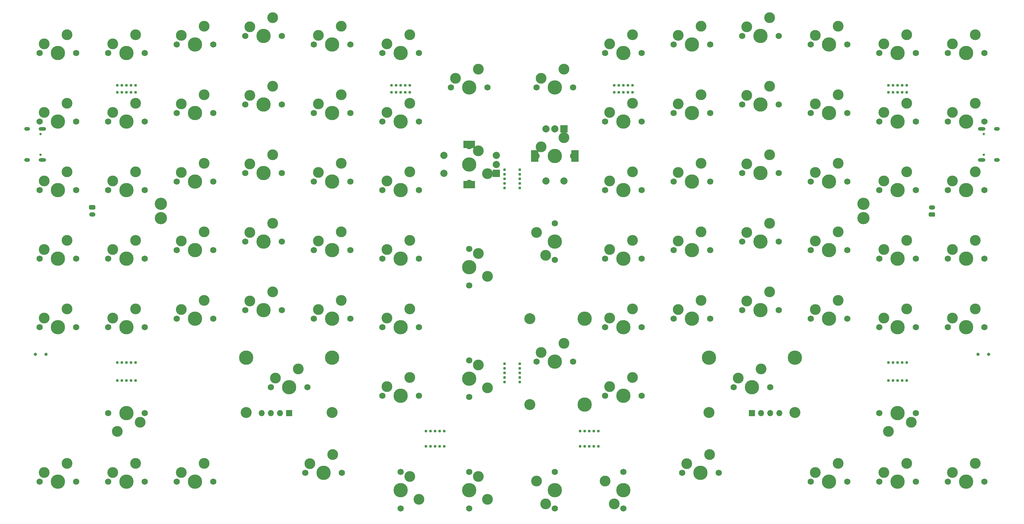
<source format=gts>
G04 #@! TF.GenerationSoftware,KiCad,Pcbnew,(5.1.10-1-10_14)*
G04 #@! TF.CreationDate,2021-10-20T16:09:14+11:00*
G04 #@! TF.ProjectId,pcb,7063622e-6b69-4636-9164-5f7063625858,rev?*
G04 #@! TF.SameCoordinates,Original*
G04 #@! TF.FileFunction,Soldermask,Top*
G04 #@! TF.FilePolarity,Negative*
%FSLAX46Y46*%
G04 Gerber Fmt 4.6, Leading zero omitted, Abs format (unit mm)*
G04 Created by KiCad (PCBNEW (5.1.10-1-10_14)) date 2021-10-20 16:09:14*
%MOMM*%
%LPD*%
G01*
G04 APERTURE LIST*
%ADD10C,1.750000*%
%ADD11C,3.000000*%
%ADD12C,3.987800*%
%ADD13O,3.400000X3.400000*%
%ADD14C,3.048000*%
%ADD15O,1.750000X1.200000*%
%ADD16O,1.700000X1.700000*%
%ADD17R,1.700000X1.700000*%
%ADD18C,0.787400*%
%ADD19C,2.000000*%
%ADD20R,2.000000X3.200000*%
%ADD21R,2.000000X2.000000*%
%ADD22R,3.200000X2.000000*%
%ADD23C,0.650000*%
%ADD24O,2.100000X1.000000*%
%ADD25O,1.600000X1.000000*%
%ADD26C,0.900000*%
G04 APERTURE END LIST*
D10*
X228282500Y-100012500D03*
X238442500Y-100012500D03*
D11*
X237172500Y-102552500D03*
D12*
X233362500Y-100012500D03*
D11*
X230822500Y-105092500D03*
D10*
X238442500Y-57150000D03*
X228282500Y-57150000D03*
D11*
X229552500Y-54610000D03*
D12*
X233362500Y-57150000D03*
D11*
X235902500Y-52070000D03*
D13*
X223837500Y-45862500D03*
X223837500Y-41862500D03*
X28575000Y-41862500D03*
X28575000Y-45862500D03*
D11*
X119380000Y-93027500D03*
D12*
X114300000Y-90487500D03*
D11*
X116840000Y-86677500D03*
D10*
X114300000Y-85407500D03*
X114300000Y-95567500D03*
X5080000Y-119062500D03*
X-5080000Y-119062500D03*
D11*
X-3810000Y-116522500D03*
D12*
X0Y-119062500D03*
D11*
X2540000Y-113982500D03*
D10*
X162242500Y-57150000D03*
X152082500Y-57150000D03*
D11*
X153352500Y-54610000D03*
D12*
X157162500Y-57150000D03*
D11*
X159702500Y-52070000D03*
X140652500Y-80645000D03*
D12*
X138112500Y-85725000D03*
D11*
X134302500Y-83185000D03*
D10*
X133032500Y-85725000D03*
X143192500Y-85725000D03*
D14*
X131127500Y-73787000D03*
D12*
X146367500Y-73787000D03*
X146367500Y-97663000D03*
D14*
X131127500Y-97663000D03*
D10*
X43180000Y-73818750D03*
X33020000Y-73818750D03*
D11*
X34290000Y-71278750D03*
D12*
X38100000Y-73818750D03*
D11*
X40640000Y-68738750D03*
D15*
X242887500Y-42862500D03*
G36*
G01*
X243512501Y-45462500D02*
X242262499Y-45462500D01*
G75*
G02*
X242012500Y-45212501I0J249999D01*
G01*
X242012500Y-44512499D01*
G75*
G02*
X242262499Y-44262500I249999J0D01*
G01*
X243512501Y-44262500D01*
G75*
G02*
X243762500Y-44512499I0J-249999D01*
G01*
X243762500Y-45212501D01*
G75*
G02*
X243512501Y-45462500I-249999J0D01*
G01*
G37*
X9525000Y-44862500D03*
G36*
G01*
X8899999Y-42262500D02*
X10150001Y-42262500D01*
G75*
G02*
X10400000Y-42512499I0J-249999D01*
G01*
X10400000Y-43212501D01*
G75*
G02*
X10150001Y-43462500I-249999J0D01*
G01*
X8899999Y-43462500D01*
G75*
G02*
X8650000Y-43212501I0J249999D01*
G01*
X8650000Y-42512499D01*
G75*
G02*
X8899999Y-42262500I249999J0D01*
G01*
G37*
D16*
X200501250Y-100012500D03*
X197961250Y-100012500D03*
X195421250Y-100012500D03*
D17*
X192881250Y-100012500D03*
D18*
X97790000Y-8985250D03*
X96520000Y-8985250D03*
X92710000Y-8985250D03*
X93980000Y-8985250D03*
X95250000Y-8985250D03*
X92710000Y-10858500D03*
X93980000Y-10858500D03*
X97790000Y-10858500D03*
X96520000Y-10858500D03*
X95250000Y-10858500D03*
D10*
X5080000Y0D03*
X-5080000Y0D03*
D11*
X-3810000Y2540000D03*
D12*
X0Y0D03*
D11*
X2540000Y5080000D03*
D18*
X19050000Y-8985250D03*
X17780000Y-8985250D03*
X16510000Y-8985250D03*
X20320000Y-8985250D03*
X21590000Y-8985250D03*
D10*
X24130000Y-19050000D03*
X13970000Y-19050000D03*
D11*
X15240000Y-16510000D03*
D12*
X19050000Y-19050000D03*
D11*
X21590000Y-13970000D03*
D10*
X181292500Y2381250D03*
X171132500Y2381250D03*
D11*
X172402500Y4921250D03*
D12*
X176212500Y2381250D03*
D11*
X178752500Y7461250D03*
D18*
X233362500Y-10858500D03*
X234632500Y-10858500D03*
X235902500Y-10858500D03*
X232092500Y-10858500D03*
X230822500Y-10858500D03*
D10*
X219392500Y-73818750D03*
X209232500Y-73818750D03*
D11*
X210502500Y-71278750D03*
D12*
X214312500Y-73818750D03*
D11*
X216852500Y-68738750D03*
D10*
X257492500Y-76200000D03*
X247332500Y-76200000D03*
D11*
X248602500Y-73660000D03*
D12*
X252412500Y-76200000D03*
D11*
X254952500Y-71120000D03*
D10*
X219392500Y-119062500D03*
X209232500Y-119062500D03*
D11*
X210502500Y-116522500D03*
D12*
X214312500Y-119062500D03*
D11*
X216852500Y-113982500D03*
D10*
X257492500Y-119062500D03*
X247332500Y-119062500D03*
D11*
X248602500Y-116522500D03*
D12*
X252412500Y-119062500D03*
D11*
X254952500Y-113982500D03*
D18*
X19050000Y-85979000D03*
X17780000Y-85979000D03*
X16510000Y-85979000D03*
X20320000Y-85979000D03*
X21590000Y-85979000D03*
X19050000Y-91027250D03*
X20320000Y-91027250D03*
X21590000Y-91027250D03*
X17780000Y-91027250D03*
X16510000Y-91027250D03*
X233362500Y-85979000D03*
X232092500Y-85979000D03*
X230822500Y-85979000D03*
X234632500Y-85979000D03*
X235902500Y-85979000D03*
X233362500Y-91027250D03*
X234632500Y-91027250D03*
X235902500Y-91027250D03*
X232092500Y-91027250D03*
X230822500Y-91027250D03*
D19*
X135612500Y-35575000D03*
X140612500Y-35575000D03*
D20*
X132512500Y-28575000D03*
X143712500Y-28575000D03*
D19*
X135612500Y-21075000D03*
X138112500Y-21075000D03*
D21*
X140612500Y-21075000D03*
D19*
X107300000Y-28456250D03*
X107300000Y-33456250D03*
D22*
X114300000Y-25356250D03*
X114300000Y-36556250D03*
D19*
X121800000Y-28456250D03*
X121800000Y-30956250D03*
D21*
X121800000Y-33456250D03*
D18*
X145097500Y-109283500D03*
X146367500Y-109283500D03*
X150177500Y-109283500D03*
X148907500Y-109283500D03*
X147637500Y-109283500D03*
X150177500Y-105029000D03*
X148907500Y-105029000D03*
X145097500Y-105029000D03*
X146367500Y-105029000D03*
X147637500Y-105029000D03*
D10*
X183673750Y-116681250D03*
X173513750Y-116681250D03*
D11*
X174783750Y-114141250D03*
D12*
X178593750Y-116681250D03*
D11*
X181133750Y-111601250D03*
D10*
X157162500Y-116363750D03*
X157162500Y-126523750D03*
D11*
X154622500Y-125253750D03*
D12*
X157162500Y-121443750D03*
D11*
X152082500Y-118903750D03*
D10*
X138112500Y-116363750D03*
X138112500Y-126523750D03*
D11*
X135572500Y-125253750D03*
D12*
X138112500Y-121443750D03*
D11*
X133032500Y-118903750D03*
D18*
X104775000Y-105029000D03*
X103505000Y-105029000D03*
X102235000Y-105029000D03*
X106045000Y-105029000D03*
X107315000Y-105029000D03*
X104775000Y-109283500D03*
X106045000Y-109283500D03*
X107315000Y-109283500D03*
X103505000Y-109283500D03*
X102235000Y-109283500D03*
X235902500Y-8985250D03*
X234632500Y-8985250D03*
X230822500Y-8985250D03*
X232092500Y-8985250D03*
X233362500Y-8985250D03*
X154622500Y-10858500D03*
X155892500Y-10858500D03*
X159702500Y-10858500D03*
X158432500Y-10858500D03*
X157162500Y-10858500D03*
X159702500Y-8985250D03*
X158432500Y-8985250D03*
X154622500Y-8985250D03*
X155892500Y-8985250D03*
X157162500Y-8985250D03*
X16510000Y-10858500D03*
X17780000Y-10858500D03*
X21590000Y-10858500D03*
X20320000Y-10858500D03*
X19050000Y-10858500D03*
X124079000Y-32385000D03*
X124079000Y-33655000D03*
X124079000Y-37465000D03*
X124079000Y-36195000D03*
X124079000Y-34925000D03*
X128333500Y-37465000D03*
X128333500Y-36195000D03*
X128333500Y-32385000D03*
X128333500Y-33655000D03*
X128333500Y-34925000D03*
X128333500Y-91440000D03*
X128333500Y-90170000D03*
X128333500Y-86360000D03*
X128333500Y-87630000D03*
X128333500Y-88900000D03*
X124079000Y-86360000D03*
X124079000Y-87630000D03*
X124079000Y-91440000D03*
X124079000Y-90170000D03*
X124079000Y-88900000D03*
D10*
X114300000Y-126523750D03*
X114300000Y-116363750D03*
D11*
X116840000Y-117633750D03*
D12*
X114300000Y-121443750D03*
D11*
X119380000Y-123983750D03*
D10*
X95250000Y-126523750D03*
X95250000Y-116363750D03*
D11*
X97790000Y-117633750D03*
D12*
X95250000Y-121443750D03*
D11*
X100330000Y-123983750D03*
D10*
X78898750Y-116681250D03*
X68738750Y-116681250D03*
D11*
X70008750Y-114141250D03*
D12*
X73818750Y-116681250D03*
D11*
X76358750Y-111601250D03*
D10*
X119380000Y-9525000D03*
X109220000Y-9525000D03*
D11*
X110490000Y-6985000D03*
D12*
X114300000Y-9525000D03*
D11*
X116840000Y-4445000D03*
D12*
X180943250Y-84613750D03*
X204819250Y-84613750D03*
D14*
X180943250Y-99853750D03*
X204819250Y-99853750D03*
D10*
X197961250Y-92868750D03*
X187801250Y-92868750D03*
D11*
X189071250Y-90328750D03*
D12*
X192881250Y-92868750D03*
D11*
X195421250Y-87788750D03*
D10*
X200342500Y-71437500D03*
X190182500Y-71437500D03*
D11*
X191452500Y-68897500D03*
D12*
X195262500Y-71437500D03*
D11*
X197802500Y-66357500D03*
X133032500Y-49847500D03*
D12*
X138112500Y-52387500D03*
D11*
X135572500Y-56197500D03*
D10*
X138112500Y-57467500D03*
X138112500Y-47307500D03*
X114300000Y-64611250D03*
X114300000Y-54451250D03*
D11*
X116840000Y-55721250D03*
D12*
X114300000Y-59531250D03*
D11*
X119380000Y-62071250D03*
D10*
X114300000Y-36036250D03*
X114300000Y-25876250D03*
D11*
X116840000Y-27146250D03*
D12*
X114300000Y-30956250D03*
D11*
X119380000Y-33496250D03*
D12*
X52355750Y-84613750D03*
X76231750Y-84613750D03*
D14*
X52355750Y-99853750D03*
X76231750Y-99853750D03*
D10*
X69373750Y-92868750D03*
X59213750Y-92868750D03*
D11*
X60483750Y-90328750D03*
D12*
X64293750Y-92868750D03*
D11*
X66833750Y-87788750D03*
D23*
X257275000Y-28290000D03*
X257275000Y-22510000D03*
D24*
X256745000Y-21080000D03*
X256745000Y-29720000D03*
D25*
X260925000Y-21080000D03*
X260925000Y-29720000D03*
D23*
X-4862500Y-22510000D03*
X-4862500Y-28290000D03*
D24*
X-4332500Y-29720000D03*
X-4332500Y-21080000D03*
D25*
X-8512500Y-29720000D03*
X-8512500Y-21080000D03*
D10*
X257492500Y-57150000D03*
X247332500Y-57150000D03*
D11*
X248602500Y-54610000D03*
D12*
X252412500Y-57150000D03*
D11*
X254952500Y-52070000D03*
D10*
X257492500Y-38100000D03*
X247332500Y-38100000D03*
D11*
X248602500Y-35560000D03*
D12*
X252412500Y-38100000D03*
D11*
X254952500Y-33020000D03*
D10*
X257492500Y-19050000D03*
X247332500Y-19050000D03*
D11*
X248602500Y-16510000D03*
D12*
X252412500Y-19050000D03*
D11*
X254952500Y-13970000D03*
D10*
X257492500Y0D03*
X247332500Y0D03*
D11*
X248602500Y2540000D03*
D12*
X252412500Y0D03*
D11*
X254952500Y5080000D03*
D10*
X238442500Y-76200000D03*
X228282500Y-76200000D03*
D11*
X229552500Y-73660000D03*
D12*
X233362500Y-76200000D03*
D11*
X235902500Y-71120000D03*
D10*
X238442500Y-38100000D03*
X228282500Y-38100000D03*
D11*
X229552500Y-35560000D03*
D12*
X233362500Y-38100000D03*
D11*
X235902500Y-33020000D03*
D10*
X238442500Y-19050000D03*
X228282500Y-19050000D03*
D11*
X229552500Y-16510000D03*
D12*
X233362500Y-19050000D03*
D11*
X235902500Y-13970000D03*
D10*
X238442500Y0D03*
X228282500Y0D03*
D11*
X229552500Y2540000D03*
D12*
X233362500Y0D03*
D11*
X235902500Y5080000D03*
D10*
X219392500Y-54768750D03*
X209232500Y-54768750D03*
D11*
X210502500Y-52228750D03*
D12*
X214312500Y-54768750D03*
D11*
X216852500Y-49688750D03*
D10*
X219392500Y-35718750D03*
X209232500Y-35718750D03*
D11*
X210502500Y-33178750D03*
D12*
X214312500Y-35718750D03*
D11*
X216852500Y-30638750D03*
D10*
X219392500Y-16668750D03*
X209232500Y-16668750D03*
D11*
X210502500Y-14128750D03*
D12*
X214312500Y-16668750D03*
D11*
X216852500Y-11588750D03*
D10*
X219392500Y2381250D03*
X209232500Y2381250D03*
D11*
X210502500Y4921250D03*
D12*
X214312500Y2381250D03*
D11*
X216852500Y7461250D03*
D10*
X200342500Y-52387500D03*
X190182500Y-52387500D03*
D11*
X191452500Y-49847500D03*
D12*
X195262500Y-52387500D03*
D11*
X197802500Y-47307500D03*
D10*
X200342500Y-33337500D03*
X190182500Y-33337500D03*
D11*
X191452500Y-30797500D03*
D12*
X195262500Y-33337500D03*
D11*
X197802500Y-28257500D03*
D10*
X200342500Y-14287500D03*
X190182500Y-14287500D03*
D11*
X191452500Y-11747500D03*
D12*
X195262500Y-14287500D03*
D11*
X197802500Y-9207500D03*
D10*
X200342500Y4762500D03*
X190182500Y4762500D03*
D11*
X191452500Y7302500D03*
D12*
X195262500Y4762500D03*
D11*
X197802500Y9842500D03*
D10*
X181292500Y-73818750D03*
X171132500Y-73818750D03*
D11*
X172402500Y-71278750D03*
D12*
X176212500Y-73818750D03*
D11*
X178752500Y-68738750D03*
D10*
X181292500Y-54768750D03*
X171132500Y-54768750D03*
D11*
X172402500Y-52228750D03*
D12*
X176212500Y-54768750D03*
D11*
X178752500Y-49688750D03*
D10*
X181292500Y-35718750D03*
X171132500Y-35718750D03*
D11*
X172402500Y-33178750D03*
D12*
X176212500Y-35718750D03*
D11*
X178752500Y-30638750D03*
D10*
X181292500Y-16668750D03*
X171132500Y-16668750D03*
D11*
X172402500Y-14128750D03*
D12*
X176212500Y-16668750D03*
D11*
X178752500Y-11588750D03*
D10*
X238442500Y-119062500D03*
X228282500Y-119062500D03*
D11*
X229552500Y-116522500D03*
D12*
X233362500Y-119062500D03*
D11*
X235902500Y-113982500D03*
D10*
X162242500Y-95250000D03*
X152082500Y-95250000D03*
D11*
X153352500Y-92710000D03*
D12*
X157162500Y-95250000D03*
D11*
X159702500Y-90170000D03*
D10*
X162242500Y-76200000D03*
X152082500Y-76200000D03*
D11*
X153352500Y-73660000D03*
D12*
X157162500Y-76200000D03*
D11*
X159702500Y-71120000D03*
D10*
X162242500Y-38100000D03*
X152082500Y-38100000D03*
D11*
X153352500Y-35560000D03*
D12*
X157162500Y-38100000D03*
D11*
X159702500Y-33020000D03*
D10*
X162242500Y-19050000D03*
X152082500Y-19050000D03*
D11*
X153352500Y-16510000D03*
D12*
X157162500Y-19050000D03*
D11*
X159702500Y-13970000D03*
D10*
X162242500Y0D03*
X152082500Y0D03*
D11*
X153352500Y2540000D03*
D12*
X157162500Y0D03*
D11*
X159702500Y5080000D03*
D10*
X143192500Y-28575000D03*
X133032500Y-28575000D03*
D11*
X134302500Y-26035000D03*
D12*
X138112500Y-28575000D03*
D11*
X140652500Y-23495000D03*
D10*
X143192500Y-9525000D03*
X133032500Y-9525000D03*
D11*
X134302500Y-6985000D03*
D12*
X138112500Y-9525000D03*
D11*
X140652500Y-4445000D03*
D26*
X255675000Y-83673750D03*
X258675000Y-83673750D03*
D10*
X100330000Y-95250000D03*
X90170000Y-95250000D03*
D11*
X91440000Y-92710000D03*
D12*
X95250000Y-95250000D03*
D11*
X97790000Y-90170000D03*
D26*
X-6262500Y-83673750D03*
X-3262500Y-83673750D03*
D10*
X100330000Y-76200000D03*
X90170000Y-76200000D03*
D11*
X91440000Y-73660000D03*
D12*
X95250000Y-76200000D03*
D11*
X97790000Y-71120000D03*
D10*
X100330000Y-57150000D03*
X90170000Y-57150000D03*
D11*
X91440000Y-54610000D03*
D12*
X95250000Y-57150000D03*
D11*
X97790000Y-52070000D03*
D10*
X100330000Y-38100000D03*
X90170000Y-38100000D03*
D11*
X91440000Y-35560000D03*
D12*
X95250000Y-38100000D03*
D11*
X97790000Y-33020000D03*
D10*
X100330000Y-19050000D03*
X90170000Y-19050000D03*
D11*
X91440000Y-16510000D03*
D12*
X95250000Y-19050000D03*
D11*
X97790000Y-13970000D03*
D10*
X100330000Y0D03*
X90170000Y0D03*
D11*
X91440000Y2540000D03*
D12*
X95250000Y0D03*
D11*
X97790000Y5080000D03*
D10*
X81280000Y-73818750D03*
X71120000Y-73818750D03*
D11*
X72390000Y-71278750D03*
D12*
X76200000Y-73818750D03*
D11*
X78740000Y-68738750D03*
D10*
X81280000Y-54768750D03*
X71120000Y-54768750D03*
D11*
X72390000Y-52228750D03*
D12*
X76200000Y-54768750D03*
D11*
X78740000Y-49688750D03*
D10*
X81280000Y-35718750D03*
X71120000Y-35718750D03*
D11*
X72390000Y-33178750D03*
D12*
X76200000Y-35718750D03*
D11*
X78740000Y-30638750D03*
D10*
X81280000Y-16668750D03*
X71120000Y-16668750D03*
D11*
X72390000Y-14128750D03*
D12*
X76200000Y-16668750D03*
D11*
X78740000Y-11588750D03*
D10*
X81280000Y2381250D03*
X71120000Y2381250D03*
D11*
X72390000Y4921250D03*
D12*
X76200000Y2381250D03*
D11*
X78740000Y7461250D03*
D10*
X62230000Y-71437500D03*
X52070000Y-71437500D03*
D11*
X53340000Y-68897500D03*
D12*
X57150000Y-71437500D03*
D11*
X59690000Y-66357500D03*
D10*
X62230000Y-52387500D03*
X52070000Y-52387500D03*
D11*
X53340000Y-49847500D03*
D12*
X57150000Y-52387500D03*
D11*
X59690000Y-47307500D03*
D10*
X62230000Y-33337500D03*
X52070000Y-33337500D03*
D11*
X53340000Y-30797500D03*
D12*
X57150000Y-33337500D03*
D11*
X59690000Y-28257500D03*
D10*
X62230000Y-14287500D03*
X52070000Y-14287500D03*
D11*
X53340000Y-11747500D03*
D12*
X57150000Y-14287500D03*
D11*
X59690000Y-9207500D03*
D10*
X62230000Y4762500D03*
X52070000Y4762500D03*
D11*
X53340000Y7302500D03*
D12*
X57150000Y4762500D03*
D11*
X59690000Y9842500D03*
D10*
X43180000Y-54768750D03*
X33020000Y-54768750D03*
D11*
X34290000Y-52228750D03*
D12*
X38100000Y-54768750D03*
D11*
X40640000Y-49688750D03*
D10*
X43180000Y-35718750D03*
X33020000Y-35718750D03*
D11*
X34290000Y-33178750D03*
D12*
X38100000Y-35718750D03*
D11*
X40640000Y-30638750D03*
D10*
X43180000Y-16668750D03*
X33020000Y-16668750D03*
D11*
X34290000Y-14128750D03*
D12*
X38100000Y-16668750D03*
D11*
X40640000Y-11588750D03*
D10*
X43180000Y2381250D03*
X33020000Y2381250D03*
D11*
X34290000Y4921250D03*
D12*
X38100000Y2381250D03*
D11*
X40640000Y7461250D03*
D10*
X43180000Y-119062500D03*
X33020000Y-119062500D03*
D11*
X34290000Y-116522500D03*
D12*
X38100000Y-119062500D03*
D11*
X40640000Y-113982500D03*
D10*
X24130000Y-76200000D03*
X13970000Y-76200000D03*
D11*
X15240000Y-73660000D03*
D12*
X19050000Y-76200000D03*
D11*
X21590000Y-71120000D03*
D10*
X24130000Y-57150000D03*
X13970000Y-57150000D03*
D11*
X15240000Y-54610000D03*
D12*
X19050000Y-57150000D03*
D11*
X21590000Y-52070000D03*
D10*
X24130000Y-38100000D03*
X13970000Y-38100000D03*
D11*
X15240000Y-35560000D03*
D12*
X19050000Y-38100000D03*
D11*
X21590000Y-33020000D03*
D10*
X24130000Y0D03*
X13970000Y0D03*
D11*
X15240000Y2540000D03*
D12*
X19050000Y0D03*
D11*
X21590000Y5080000D03*
D10*
X24130000Y-119062500D03*
X13970000Y-119062500D03*
D11*
X15240000Y-116522500D03*
D12*
X19050000Y-119062500D03*
D11*
X21590000Y-113982500D03*
D10*
X13970000Y-100012500D03*
X24130000Y-100012500D03*
D11*
X22860000Y-102552500D03*
D12*
X19050000Y-100012500D03*
D11*
X16510000Y-105092500D03*
D10*
X5080000Y-76200000D03*
X-5080000Y-76200000D03*
D11*
X-3810000Y-73660000D03*
D12*
X0Y-76200000D03*
D11*
X2540000Y-71120000D03*
D10*
X5080000Y-57150000D03*
X-5080000Y-57150000D03*
D11*
X-3810000Y-54610000D03*
D12*
X0Y-57150000D03*
D11*
X2540000Y-52070000D03*
D10*
X5080000Y-38100000D03*
X-5080000Y-38100000D03*
D11*
X-3810000Y-35560000D03*
D12*
X0Y-38100000D03*
D11*
X2540000Y-33020000D03*
D10*
X5080000Y-19050000D03*
X-5080000Y-19050000D03*
D11*
X-3810000Y-16510000D03*
D12*
X0Y-19050000D03*
D11*
X2540000Y-13970000D03*
D16*
X56673750Y-100012500D03*
X59213750Y-100012500D03*
X61753750Y-100012500D03*
D17*
X64293750Y-100012500D03*
M02*

</source>
